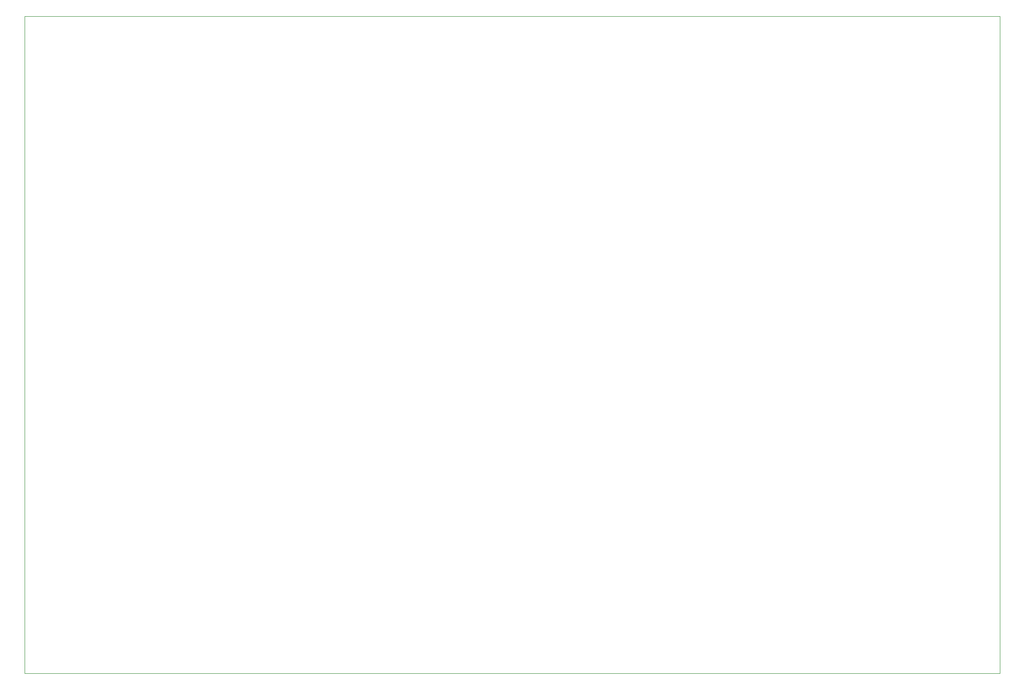
<source format=gbr>
%TF.GenerationSoftware,KiCad,Pcbnew,8.0.3*%
%TF.CreationDate,2024-06-14T23:05:29-04:00*%
%TF.ProjectId,eq,65712e6b-6963-4616-945f-706362585858,rev?*%
%TF.SameCoordinates,Original*%
%TF.FileFunction,Profile,NP*%
%FSLAX46Y46*%
G04 Gerber Fmt 4.6, Leading zero omitted, Abs format (unit mm)*
G04 Created by KiCad (PCBNEW 8.0.3) date 2024-06-14 23:05:29*
%MOMM*%
%LPD*%
G01*
G04 APERTURE LIST*
%TA.AperFunction,Profile*%
%ADD10C,0.050000*%
%TD*%
G04 APERTURE END LIST*
D10*
X25000000Y-20180000D02*
X202800000Y-20180000D01*
X202800000Y-140068000D01*
X25000000Y-140068000D01*
X25000000Y-20180000D01*
M02*

</source>
